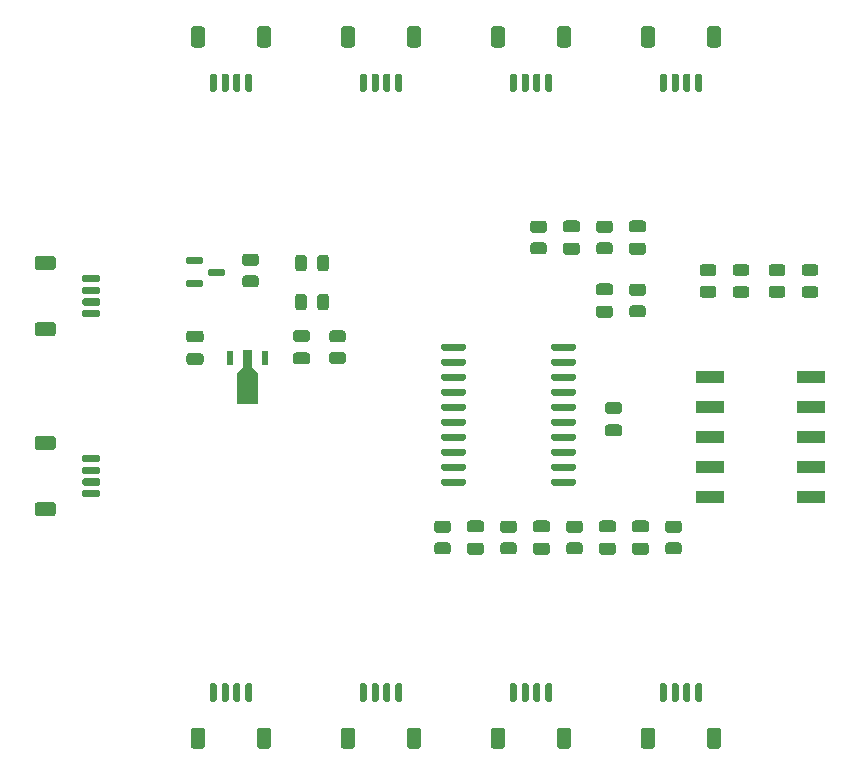
<source format=gtp>
G04 #@! TF.GenerationSoftware,KiCad,Pcbnew,6.0.10-86aedd382b~118~ubuntu18.04.1*
G04 #@! TF.CreationDate,2024-08-26T13:47:26-06:00*
G04 #@! TF.ProjectId,ckt-xing-txm,636b742d-7869-46e6-972d-74786d2e6b69,rev?*
G04 #@! TF.SameCoordinates,Original*
G04 #@! TF.FileFunction,Paste,Top*
G04 #@! TF.FilePolarity,Positive*
%FSLAX46Y46*%
G04 Gerber Fmt 4.6, Leading zero omitted, Abs format (unit mm)*
G04 Created by KiCad (PCBNEW 6.0.10-86aedd382b~118~ubuntu18.04.1) date 2024-08-26 13:47:26*
%MOMM*%
%LPD*%
G01*
G04 APERTURE LIST*
%ADD10R,0.550000X1.300000*%
%ADD11R,2.438400X1.117600*%
G04 APERTURE END LIST*
D10*
X46077000Y-48261000D03*
G36*
X43652000Y-52211000D02*
G01*
X43652000Y-49611000D01*
X44177000Y-49086000D01*
X44177000Y-47611000D01*
X44977000Y-47611000D01*
X44977000Y-49086000D01*
X45502000Y-49611000D01*
X45502000Y-52211000D01*
X43652000Y-52211000D01*
G37*
X43077000Y-48261000D03*
G36*
G01*
X61537000Y-64925000D02*
X60637000Y-64925000D01*
G75*
G02*
X60387000Y-64675000I0J250000D01*
G01*
X60387000Y-64150000D01*
G75*
G02*
X60637000Y-63900000I250000J0D01*
G01*
X61537000Y-63900000D01*
G75*
G02*
X61787000Y-64150000I0J-250000D01*
G01*
X61787000Y-64675000D01*
G75*
G02*
X61537000Y-64925000I-250000J0D01*
G01*
G37*
G36*
G01*
X61537000Y-63100000D02*
X60637000Y-63100000D01*
G75*
G02*
X60387000Y-62850000I0J250000D01*
G01*
X60387000Y-62325000D01*
G75*
G02*
X60637000Y-62075000I250000J0D01*
G01*
X61537000Y-62075000D01*
G75*
G02*
X61787000Y-62325000I0J-250000D01*
G01*
X61787000Y-62850000D01*
G75*
G02*
X61537000Y-63100000I-250000J0D01*
G01*
G37*
G36*
G01*
X44980000Y-24362000D02*
X44980000Y-25612000D01*
G75*
G02*
X44830000Y-25762000I-150000J0D01*
G01*
X44530000Y-25762000D01*
G75*
G02*
X44380000Y-25612000I0J150000D01*
G01*
X44380000Y-24362000D01*
G75*
G02*
X44530000Y-24212000I150000J0D01*
G01*
X44830000Y-24212000D01*
G75*
G02*
X44980000Y-24362000I0J-150000D01*
G01*
G37*
G36*
G01*
X43980000Y-24362000D02*
X43980000Y-25612000D01*
G75*
G02*
X43830000Y-25762000I-150000J0D01*
G01*
X43530000Y-25762000D01*
G75*
G02*
X43380000Y-25612000I0J150000D01*
G01*
X43380000Y-24362000D01*
G75*
G02*
X43530000Y-24212000I150000J0D01*
G01*
X43830000Y-24212000D01*
G75*
G02*
X43980000Y-24362000I0J-150000D01*
G01*
G37*
G36*
G01*
X42980000Y-24362000D02*
X42980000Y-25612000D01*
G75*
G02*
X42830000Y-25762000I-150000J0D01*
G01*
X42530000Y-25762000D01*
G75*
G02*
X42380000Y-25612000I0J150000D01*
G01*
X42380000Y-24362000D01*
G75*
G02*
X42530000Y-24212000I150000J0D01*
G01*
X42830000Y-24212000D01*
G75*
G02*
X42980000Y-24362000I0J-150000D01*
G01*
G37*
G36*
G01*
X41980000Y-24362000D02*
X41980000Y-25612000D01*
G75*
G02*
X41830000Y-25762000I-150000J0D01*
G01*
X41530000Y-25762000D01*
G75*
G02*
X41380000Y-25612000I0J150000D01*
G01*
X41380000Y-24362000D01*
G75*
G02*
X41530000Y-24212000I150000J0D01*
G01*
X41830000Y-24212000D01*
G75*
G02*
X41980000Y-24362000I0J-150000D01*
G01*
G37*
G36*
G01*
X40980000Y-20462000D02*
X40980000Y-21762000D01*
G75*
G02*
X40730000Y-22012000I-250000J0D01*
G01*
X40030000Y-22012000D01*
G75*
G02*
X39780000Y-21762000I0J250000D01*
G01*
X39780000Y-20462000D01*
G75*
G02*
X40030000Y-20212000I250000J0D01*
G01*
X40730000Y-20212000D01*
G75*
G02*
X40980000Y-20462000I0J-250000D01*
G01*
G37*
G36*
G01*
X46580000Y-20462000D02*
X46580000Y-21762000D01*
G75*
G02*
X46330000Y-22012000I-250000J0D01*
G01*
X45630000Y-22012000D01*
G75*
G02*
X45380000Y-21762000I0J250000D01*
G01*
X45380000Y-20462000D01*
G75*
G02*
X45630000Y-20212000I250000J0D01*
G01*
X46330000Y-20212000D01*
G75*
G02*
X46580000Y-20462000I0J-250000D01*
G01*
G37*
G36*
G01*
X78072000Y-39550000D02*
X77122000Y-39550000D01*
G75*
G02*
X76872000Y-39300000I0J250000D01*
G01*
X76872000Y-38800000D01*
G75*
G02*
X77122000Y-38550000I250000J0D01*
G01*
X78072000Y-38550000D01*
G75*
G02*
X78322000Y-38800000I0J-250000D01*
G01*
X78322000Y-39300000D01*
G75*
G02*
X78072000Y-39550000I-250000J0D01*
G01*
G37*
G36*
G01*
X78072000Y-37650000D02*
X77122000Y-37650000D01*
G75*
G02*
X76872000Y-37400000I0J250000D01*
G01*
X76872000Y-36900000D01*
G75*
G02*
X77122000Y-36650000I250000J0D01*
G01*
X78072000Y-36650000D01*
G75*
G02*
X78322000Y-36900000I0J-250000D01*
G01*
X78322000Y-37400000D01*
G75*
G02*
X78072000Y-37650000I-250000J0D01*
G01*
G37*
G36*
G01*
X30712000Y-41253000D02*
X31962000Y-41253000D01*
G75*
G02*
X32112000Y-41403000I0J-150000D01*
G01*
X32112000Y-41703000D01*
G75*
G02*
X31962000Y-41853000I-150000J0D01*
G01*
X30712000Y-41853000D01*
G75*
G02*
X30562000Y-41703000I0J150000D01*
G01*
X30562000Y-41403000D01*
G75*
G02*
X30712000Y-41253000I150000J0D01*
G01*
G37*
G36*
G01*
X30712000Y-42253000D02*
X31962000Y-42253000D01*
G75*
G02*
X32112000Y-42403000I0J-150000D01*
G01*
X32112000Y-42703000D01*
G75*
G02*
X31962000Y-42853000I-150000J0D01*
G01*
X30712000Y-42853000D01*
G75*
G02*
X30562000Y-42703000I0J150000D01*
G01*
X30562000Y-42403000D01*
G75*
G02*
X30712000Y-42253000I150000J0D01*
G01*
G37*
G36*
G01*
X30712000Y-43253000D02*
X31962000Y-43253000D01*
G75*
G02*
X32112000Y-43403000I0J-150000D01*
G01*
X32112000Y-43703000D01*
G75*
G02*
X31962000Y-43853000I-150000J0D01*
G01*
X30712000Y-43853000D01*
G75*
G02*
X30562000Y-43703000I0J150000D01*
G01*
X30562000Y-43403000D01*
G75*
G02*
X30712000Y-43253000I150000J0D01*
G01*
G37*
G36*
G01*
X30712000Y-44253000D02*
X31962000Y-44253000D01*
G75*
G02*
X32112000Y-44403000I0J-150000D01*
G01*
X32112000Y-44703000D01*
G75*
G02*
X31962000Y-44853000I-150000J0D01*
G01*
X30712000Y-44853000D01*
G75*
G02*
X30562000Y-44703000I0J150000D01*
G01*
X30562000Y-44403000D01*
G75*
G02*
X30712000Y-44253000I150000J0D01*
G01*
G37*
G36*
G01*
X26812000Y-45253000D02*
X28112000Y-45253000D01*
G75*
G02*
X28362000Y-45503000I0J-250000D01*
G01*
X28362000Y-46203000D01*
G75*
G02*
X28112000Y-46453000I-250000J0D01*
G01*
X26812000Y-46453000D01*
G75*
G02*
X26562000Y-46203000I0J250000D01*
G01*
X26562000Y-45503000D01*
G75*
G02*
X26812000Y-45253000I250000J0D01*
G01*
G37*
G36*
G01*
X26812000Y-39653000D02*
X28112000Y-39653000D01*
G75*
G02*
X28362000Y-39903000I0J-250000D01*
G01*
X28362000Y-40603000D01*
G75*
G02*
X28112000Y-40853000I-250000J0D01*
G01*
X26812000Y-40853000D01*
G75*
G02*
X26562000Y-40603000I0J250000D01*
G01*
X26562000Y-39903000D01*
G75*
G02*
X26812000Y-39653000I250000J0D01*
G01*
G37*
G36*
G01*
X72484000Y-39550000D02*
X71534000Y-39550000D01*
G75*
G02*
X71284000Y-39300000I0J250000D01*
G01*
X71284000Y-38800000D01*
G75*
G02*
X71534000Y-38550000I250000J0D01*
G01*
X72484000Y-38550000D01*
G75*
G02*
X72734000Y-38800000I0J-250000D01*
G01*
X72734000Y-39300000D01*
G75*
G02*
X72484000Y-39550000I-250000J0D01*
G01*
G37*
G36*
G01*
X72484000Y-37650000D02*
X71534000Y-37650000D01*
G75*
G02*
X71284000Y-37400000I0J250000D01*
G01*
X71284000Y-36900000D01*
G75*
G02*
X71534000Y-36650000I250000J0D01*
G01*
X72484000Y-36650000D01*
G75*
G02*
X72734000Y-36900000I0J-250000D01*
G01*
X72734000Y-37400000D01*
G75*
G02*
X72484000Y-37650000I-250000J0D01*
G01*
G37*
G36*
G01*
X81095000Y-64925000D02*
X80195000Y-64925000D01*
G75*
G02*
X79945000Y-64675000I0J250000D01*
G01*
X79945000Y-64150000D01*
G75*
G02*
X80195000Y-63900000I250000J0D01*
G01*
X81095000Y-63900000D01*
G75*
G02*
X81345000Y-64150000I0J-250000D01*
G01*
X81345000Y-64675000D01*
G75*
G02*
X81095000Y-64925000I-250000J0D01*
G01*
G37*
G36*
G01*
X81095000Y-63100000D02*
X80195000Y-63100000D01*
G75*
G02*
X79945000Y-62850000I0J250000D01*
G01*
X79945000Y-62325000D01*
G75*
G02*
X80195000Y-62075000I250000J0D01*
G01*
X81095000Y-62075000D01*
G75*
G02*
X81345000Y-62325000I0J-250000D01*
G01*
X81345000Y-62850000D01*
G75*
G02*
X81095000Y-63100000I-250000J0D01*
G01*
G37*
G36*
G01*
X68765000Y-36675000D02*
X69665000Y-36675000D01*
G75*
G02*
X69915000Y-36925000I0J-250000D01*
G01*
X69915000Y-37450000D01*
G75*
G02*
X69665000Y-37700000I-250000J0D01*
G01*
X68765000Y-37700000D01*
G75*
G02*
X68515000Y-37450000I0J250000D01*
G01*
X68515000Y-36925000D01*
G75*
G02*
X68765000Y-36675000I250000J0D01*
G01*
G37*
G36*
G01*
X68765000Y-38500000D02*
X69665000Y-38500000D01*
G75*
G02*
X69915000Y-38750000I0J-250000D01*
G01*
X69915000Y-39275000D01*
G75*
G02*
X69665000Y-39525000I-250000J0D01*
G01*
X68765000Y-39525000D01*
G75*
G02*
X68515000Y-39275000I0J250000D01*
G01*
X68515000Y-38750000D01*
G75*
G02*
X68765000Y-38500000I250000J0D01*
G01*
G37*
G36*
G01*
X83080000Y-24362000D02*
X83080000Y-25612000D01*
G75*
G02*
X82930000Y-25762000I-150000J0D01*
G01*
X82630000Y-25762000D01*
G75*
G02*
X82480000Y-25612000I0J150000D01*
G01*
X82480000Y-24362000D01*
G75*
G02*
X82630000Y-24212000I150000J0D01*
G01*
X82930000Y-24212000D01*
G75*
G02*
X83080000Y-24362000I0J-150000D01*
G01*
G37*
G36*
G01*
X82080000Y-24362000D02*
X82080000Y-25612000D01*
G75*
G02*
X81930000Y-25762000I-150000J0D01*
G01*
X81630000Y-25762000D01*
G75*
G02*
X81480000Y-25612000I0J150000D01*
G01*
X81480000Y-24362000D01*
G75*
G02*
X81630000Y-24212000I150000J0D01*
G01*
X81930000Y-24212000D01*
G75*
G02*
X82080000Y-24362000I0J-150000D01*
G01*
G37*
G36*
G01*
X81080000Y-24362000D02*
X81080000Y-25612000D01*
G75*
G02*
X80930000Y-25762000I-150000J0D01*
G01*
X80630000Y-25762000D01*
G75*
G02*
X80480000Y-25612000I0J150000D01*
G01*
X80480000Y-24362000D01*
G75*
G02*
X80630000Y-24212000I150000J0D01*
G01*
X80930000Y-24212000D01*
G75*
G02*
X81080000Y-24362000I0J-150000D01*
G01*
G37*
G36*
G01*
X80080000Y-24362000D02*
X80080000Y-25612000D01*
G75*
G02*
X79930000Y-25762000I-150000J0D01*
G01*
X79630000Y-25762000D01*
G75*
G02*
X79480000Y-25612000I0J150000D01*
G01*
X79480000Y-24362000D01*
G75*
G02*
X79630000Y-24212000I150000J0D01*
G01*
X79930000Y-24212000D01*
G75*
G02*
X80080000Y-24362000I0J-150000D01*
G01*
G37*
G36*
G01*
X84680000Y-20462000D02*
X84680000Y-21762000D01*
G75*
G02*
X84430000Y-22012000I-250000J0D01*
G01*
X83730000Y-22012000D01*
G75*
G02*
X83480000Y-21762000I0J250000D01*
G01*
X83480000Y-20462000D01*
G75*
G02*
X83730000Y-20212000I250000J0D01*
G01*
X84430000Y-20212000D01*
G75*
G02*
X84680000Y-20462000I0J-250000D01*
G01*
G37*
G36*
G01*
X79080000Y-20462000D02*
X79080000Y-21762000D01*
G75*
G02*
X78830000Y-22012000I-250000J0D01*
G01*
X78130000Y-22012000D01*
G75*
G02*
X77880000Y-21762000I0J250000D01*
G01*
X77880000Y-20462000D01*
G75*
G02*
X78130000Y-20212000I250000J0D01*
G01*
X78830000Y-20212000D01*
G75*
G02*
X79080000Y-20462000I0J-250000D01*
G01*
G37*
G36*
G01*
X51747000Y-45946000D02*
X52647000Y-45946000D01*
G75*
G02*
X52897000Y-46196000I0J-250000D01*
G01*
X52897000Y-46721000D01*
G75*
G02*
X52647000Y-46971000I-250000J0D01*
G01*
X51747000Y-46971000D01*
G75*
G02*
X51497000Y-46721000I0J250000D01*
G01*
X51497000Y-46196000D01*
G75*
G02*
X51747000Y-45946000I250000J0D01*
G01*
G37*
G36*
G01*
X51747000Y-47771000D02*
X52647000Y-47771000D01*
G75*
G02*
X52897000Y-48021000I0J-250000D01*
G01*
X52897000Y-48546000D01*
G75*
G02*
X52647000Y-48796000I-250000J0D01*
G01*
X51747000Y-48796000D01*
G75*
G02*
X51497000Y-48546000I0J250000D01*
G01*
X51497000Y-48021000D01*
G75*
G02*
X51747000Y-47771000I250000J0D01*
G01*
G37*
G36*
G01*
X77147000Y-42009000D02*
X78047000Y-42009000D01*
G75*
G02*
X78297000Y-42259000I0J-250000D01*
G01*
X78297000Y-42784000D01*
G75*
G02*
X78047000Y-43034000I-250000J0D01*
G01*
X77147000Y-43034000D01*
G75*
G02*
X76897000Y-42784000I0J250000D01*
G01*
X76897000Y-42259000D01*
G75*
G02*
X77147000Y-42009000I250000J0D01*
G01*
G37*
G36*
G01*
X77147000Y-43834000D02*
X78047000Y-43834000D01*
G75*
G02*
X78297000Y-44084000I0J-250000D01*
G01*
X78297000Y-44609000D01*
G75*
G02*
X78047000Y-44859000I-250000J0D01*
G01*
X77147000Y-44859000D01*
G75*
G02*
X76897000Y-44609000I0J250000D01*
G01*
X76897000Y-44084000D01*
G75*
G02*
X77147000Y-43834000I250000J0D01*
G01*
G37*
G36*
G01*
X39346000Y-40221000D02*
X39346000Y-39921000D01*
G75*
G02*
X39496000Y-39771000I150000J0D01*
G01*
X40671000Y-39771000D01*
G75*
G02*
X40821000Y-39921000I0J-150000D01*
G01*
X40821000Y-40221000D01*
G75*
G02*
X40671000Y-40371000I-150000J0D01*
G01*
X39496000Y-40371000D01*
G75*
G02*
X39346000Y-40221000I0J150000D01*
G01*
G37*
G36*
G01*
X39346000Y-42121000D02*
X39346000Y-41821000D01*
G75*
G02*
X39496000Y-41671000I150000J0D01*
G01*
X40671000Y-41671000D01*
G75*
G02*
X40821000Y-41821000I0J-150000D01*
G01*
X40821000Y-42121000D01*
G75*
G02*
X40671000Y-42271000I-150000J0D01*
G01*
X39496000Y-42271000D01*
G75*
G02*
X39346000Y-42121000I0J150000D01*
G01*
G37*
G36*
G01*
X41221000Y-41171000D02*
X41221000Y-40871000D01*
G75*
G02*
X41371000Y-40721000I150000J0D01*
G01*
X42546000Y-40721000D01*
G75*
G02*
X42696000Y-40871000I0J-150000D01*
G01*
X42696000Y-41171000D01*
G75*
G02*
X42546000Y-41321000I-150000J0D01*
G01*
X41371000Y-41321000D01*
G75*
G02*
X41221000Y-41171000I0J150000D01*
G01*
G37*
G36*
G01*
X74353000Y-36675000D02*
X75253000Y-36675000D01*
G75*
G02*
X75503000Y-36925000I0J-250000D01*
G01*
X75503000Y-37450000D01*
G75*
G02*
X75253000Y-37700000I-250000J0D01*
G01*
X74353000Y-37700000D01*
G75*
G02*
X74103000Y-37450000I0J250000D01*
G01*
X74103000Y-36925000D01*
G75*
G02*
X74353000Y-36675000I250000J0D01*
G01*
G37*
G36*
G01*
X74353000Y-38500000D02*
X75253000Y-38500000D01*
G75*
G02*
X75503000Y-38750000I0J-250000D01*
G01*
X75503000Y-39275000D01*
G75*
G02*
X75253000Y-39525000I-250000J0D01*
G01*
X74353000Y-39525000D01*
G75*
G02*
X74103000Y-39275000I0J250000D01*
G01*
X74103000Y-38750000D01*
G75*
G02*
X74353000Y-38500000I250000J0D01*
G01*
G37*
G36*
G01*
X70380000Y-24362000D02*
X70380000Y-25612000D01*
G75*
G02*
X70230000Y-25762000I-150000J0D01*
G01*
X69930000Y-25762000D01*
G75*
G02*
X69780000Y-25612000I0J150000D01*
G01*
X69780000Y-24362000D01*
G75*
G02*
X69930000Y-24212000I150000J0D01*
G01*
X70230000Y-24212000D01*
G75*
G02*
X70380000Y-24362000I0J-150000D01*
G01*
G37*
G36*
G01*
X69380000Y-24362000D02*
X69380000Y-25612000D01*
G75*
G02*
X69230000Y-25762000I-150000J0D01*
G01*
X68930000Y-25762000D01*
G75*
G02*
X68780000Y-25612000I0J150000D01*
G01*
X68780000Y-24362000D01*
G75*
G02*
X68930000Y-24212000I150000J0D01*
G01*
X69230000Y-24212000D01*
G75*
G02*
X69380000Y-24362000I0J-150000D01*
G01*
G37*
G36*
G01*
X68380000Y-24362000D02*
X68380000Y-25612000D01*
G75*
G02*
X68230000Y-25762000I-150000J0D01*
G01*
X67930000Y-25762000D01*
G75*
G02*
X67780000Y-25612000I0J150000D01*
G01*
X67780000Y-24362000D01*
G75*
G02*
X67930000Y-24212000I150000J0D01*
G01*
X68230000Y-24212000D01*
G75*
G02*
X68380000Y-24362000I0J-150000D01*
G01*
G37*
G36*
G01*
X67380000Y-24362000D02*
X67380000Y-25612000D01*
G75*
G02*
X67230000Y-25762000I-150000J0D01*
G01*
X66930000Y-25762000D01*
G75*
G02*
X66780000Y-25612000I0J150000D01*
G01*
X66780000Y-24362000D01*
G75*
G02*
X66930000Y-24212000I150000J0D01*
G01*
X67230000Y-24212000D01*
G75*
G02*
X67380000Y-24362000I0J-150000D01*
G01*
G37*
G36*
G01*
X71980000Y-20462000D02*
X71980000Y-21762000D01*
G75*
G02*
X71730000Y-22012000I-250000J0D01*
G01*
X71030000Y-22012000D01*
G75*
G02*
X70780000Y-21762000I0J250000D01*
G01*
X70780000Y-20462000D01*
G75*
G02*
X71030000Y-20212000I250000J0D01*
G01*
X71730000Y-20212000D01*
G75*
G02*
X71980000Y-20462000I0J-250000D01*
G01*
G37*
G36*
G01*
X66380000Y-20462000D02*
X66380000Y-21762000D01*
G75*
G02*
X66130000Y-22012000I-250000J0D01*
G01*
X65430000Y-22012000D01*
G75*
G02*
X65180000Y-21762000I0J250000D01*
G01*
X65180000Y-20462000D01*
G75*
G02*
X65430000Y-20212000I250000J0D01*
G01*
X66130000Y-20212000D01*
G75*
G02*
X66380000Y-20462000I0J-250000D01*
G01*
G37*
G36*
G01*
X57680000Y-24362000D02*
X57680000Y-25612000D01*
G75*
G02*
X57530000Y-25762000I-150000J0D01*
G01*
X57230000Y-25762000D01*
G75*
G02*
X57080000Y-25612000I0J150000D01*
G01*
X57080000Y-24362000D01*
G75*
G02*
X57230000Y-24212000I150000J0D01*
G01*
X57530000Y-24212000D01*
G75*
G02*
X57680000Y-24362000I0J-150000D01*
G01*
G37*
G36*
G01*
X56680000Y-24362000D02*
X56680000Y-25612000D01*
G75*
G02*
X56530000Y-25762000I-150000J0D01*
G01*
X56230000Y-25762000D01*
G75*
G02*
X56080000Y-25612000I0J150000D01*
G01*
X56080000Y-24362000D01*
G75*
G02*
X56230000Y-24212000I150000J0D01*
G01*
X56530000Y-24212000D01*
G75*
G02*
X56680000Y-24362000I0J-150000D01*
G01*
G37*
G36*
G01*
X55680000Y-24362000D02*
X55680000Y-25612000D01*
G75*
G02*
X55530000Y-25762000I-150000J0D01*
G01*
X55230000Y-25762000D01*
G75*
G02*
X55080000Y-25612000I0J150000D01*
G01*
X55080000Y-24362000D01*
G75*
G02*
X55230000Y-24212000I150000J0D01*
G01*
X55530000Y-24212000D01*
G75*
G02*
X55680000Y-24362000I0J-150000D01*
G01*
G37*
G36*
G01*
X54680000Y-24362000D02*
X54680000Y-25612000D01*
G75*
G02*
X54530000Y-25762000I-150000J0D01*
G01*
X54230000Y-25762000D01*
G75*
G02*
X54080000Y-25612000I0J150000D01*
G01*
X54080000Y-24362000D01*
G75*
G02*
X54230000Y-24212000I150000J0D01*
G01*
X54530000Y-24212000D01*
G75*
G02*
X54680000Y-24362000I0J-150000D01*
G01*
G37*
G36*
G01*
X59280000Y-20462000D02*
X59280000Y-21762000D01*
G75*
G02*
X59030000Y-22012000I-250000J0D01*
G01*
X58330000Y-22012000D01*
G75*
G02*
X58080000Y-21762000I0J250000D01*
G01*
X58080000Y-20462000D01*
G75*
G02*
X58330000Y-20212000I250000J0D01*
G01*
X59030000Y-20212000D01*
G75*
G02*
X59280000Y-20462000I0J-250000D01*
G01*
G37*
G36*
G01*
X53680000Y-20462000D02*
X53680000Y-21762000D01*
G75*
G02*
X53430000Y-22012000I-250000J0D01*
G01*
X52730000Y-22012000D01*
G75*
G02*
X52480000Y-21762000I0J250000D01*
G01*
X52480000Y-20462000D01*
G75*
G02*
X52730000Y-20212000I250000J0D01*
G01*
X53430000Y-20212000D01*
G75*
G02*
X53680000Y-20462000I0J-250000D01*
G01*
G37*
G36*
G01*
X67125000Y-64925000D02*
X66225000Y-64925000D01*
G75*
G02*
X65975000Y-64675000I0J250000D01*
G01*
X65975000Y-64150000D01*
G75*
G02*
X66225000Y-63900000I250000J0D01*
G01*
X67125000Y-63900000D01*
G75*
G02*
X67375000Y-64150000I0J-250000D01*
G01*
X67375000Y-64675000D01*
G75*
G02*
X67125000Y-64925000I-250000J0D01*
G01*
G37*
G36*
G01*
X67125000Y-63100000D02*
X66225000Y-63100000D01*
G75*
G02*
X65975000Y-62850000I0J250000D01*
G01*
X65975000Y-62325000D01*
G75*
G02*
X66225000Y-62075000I250000J0D01*
G01*
X67125000Y-62075000D01*
G75*
G02*
X67375000Y-62325000I0J-250000D01*
G01*
X67375000Y-62850000D01*
G75*
G02*
X67125000Y-63100000I-250000J0D01*
G01*
G37*
G36*
G01*
X54080000Y-77238000D02*
X54080000Y-75988000D01*
G75*
G02*
X54230000Y-75838000I150000J0D01*
G01*
X54530000Y-75838000D01*
G75*
G02*
X54680000Y-75988000I0J-150000D01*
G01*
X54680000Y-77238000D01*
G75*
G02*
X54530000Y-77388000I-150000J0D01*
G01*
X54230000Y-77388000D01*
G75*
G02*
X54080000Y-77238000I0J150000D01*
G01*
G37*
G36*
G01*
X55080000Y-77238000D02*
X55080000Y-75988000D01*
G75*
G02*
X55230000Y-75838000I150000J0D01*
G01*
X55530000Y-75838000D01*
G75*
G02*
X55680000Y-75988000I0J-150000D01*
G01*
X55680000Y-77238000D01*
G75*
G02*
X55530000Y-77388000I-150000J0D01*
G01*
X55230000Y-77388000D01*
G75*
G02*
X55080000Y-77238000I0J150000D01*
G01*
G37*
G36*
G01*
X56080000Y-77238000D02*
X56080000Y-75988000D01*
G75*
G02*
X56230000Y-75838000I150000J0D01*
G01*
X56530000Y-75838000D01*
G75*
G02*
X56680000Y-75988000I0J-150000D01*
G01*
X56680000Y-77238000D01*
G75*
G02*
X56530000Y-77388000I-150000J0D01*
G01*
X56230000Y-77388000D01*
G75*
G02*
X56080000Y-77238000I0J150000D01*
G01*
G37*
G36*
G01*
X57080000Y-77238000D02*
X57080000Y-75988000D01*
G75*
G02*
X57230000Y-75838000I150000J0D01*
G01*
X57530000Y-75838000D01*
G75*
G02*
X57680000Y-75988000I0J-150000D01*
G01*
X57680000Y-77238000D01*
G75*
G02*
X57530000Y-77388000I-150000J0D01*
G01*
X57230000Y-77388000D01*
G75*
G02*
X57080000Y-77238000I0J150000D01*
G01*
G37*
G36*
G01*
X58080000Y-81138000D02*
X58080000Y-79838000D01*
G75*
G02*
X58330000Y-79588000I250000J0D01*
G01*
X59030000Y-79588000D01*
G75*
G02*
X59280000Y-79838000I0J-250000D01*
G01*
X59280000Y-81138000D01*
G75*
G02*
X59030000Y-81388000I-250000J0D01*
G01*
X58330000Y-81388000D01*
G75*
G02*
X58080000Y-81138000I0J250000D01*
G01*
G37*
G36*
G01*
X52480000Y-81138000D02*
X52480000Y-79838000D01*
G75*
G02*
X52730000Y-79588000I250000J0D01*
G01*
X53430000Y-79588000D01*
G75*
G02*
X53680000Y-79838000I0J-250000D01*
G01*
X53680000Y-81138000D01*
G75*
G02*
X53430000Y-81388000I-250000J0D01*
G01*
X52730000Y-81388000D01*
G75*
G02*
X52480000Y-81138000I0J250000D01*
G01*
G37*
G36*
G01*
X76040000Y-54917000D02*
X75090000Y-54917000D01*
G75*
G02*
X74840000Y-54667000I0J250000D01*
G01*
X74840000Y-54167000D01*
G75*
G02*
X75090000Y-53917000I250000J0D01*
G01*
X76040000Y-53917000D01*
G75*
G02*
X76290000Y-54167000I0J-250000D01*
G01*
X76290000Y-54667000D01*
G75*
G02*
X76040000Y-54917000I-250000J0D01*
G01*
G37*
G36*
G01*
X76040000Y-53017000D02*
X75090000Y-53017000D01*
G75*
G02*
X74840000Y-52767000I0J250000D01*
G01*
X74840000Y-52267000D01*
G75*
G02*
X75090000Y-52017000I250000J0D01*
G01*
X76040000Y-52017000D01*
G75*
G02*
X76290000Y-52267000I0J-250000D01*
G01*
X76290000Y-52767000D01*
G75*
G02*
X76040000Y-53017000I-250000J0D01*
G01*
G37*
G36*
G01*
X77376000Y-62050000D02*
X78326000Y-62050000D01*
G75*
G02*
X78576000Y-62300000I0J-250000D01*
G01*
X78576000Y-62800000D01*
G75*
G02*
X78326000Y-63050000I-250000J0D01*
G01*
X77376000Y-63050000D01*
G75*
G02*
X77126000Y-62800000I0J250000D01*
G01*
X77126000Y-62300000D01*
G75*
G02*
X77376000Y-62050000I250000J0D01*
G01*
G37*
G36*
G01*
X77376000Y-63950000D02*
X78326000Y-63950000D01*
G75*
G02*
X78576000Y-64200000I0J-250000D01*
G01*
X78576000Y-64700000D01*
G75*
G02*
X78326000Y-64950000I-250000J0D01*
G01*
X77376000Y-64950000D01*
G75*
G02*
X77126000Y-64700000I0J250000D01*
G01*
X77126000Y-64200000D01*
G75*
G02*
X77376000Y-63950000I250000J0D01*
G01*
G37*
G36*
G01*
X66780000Y-77238000D02*
X66780000Y-75988000D01*
G75*
G02*
X66930000Y-75838000I150000J0D01*
G01*
X67230000Y-75838000D01*
G75*
G02*
X67380000Y-75988000I0J-150000D01*
G01*
X67380000Y-77238000D01*
G75*
G02*
X67230000Y-77388000I-150000J0D01*
G01*
X66930000Y-77388000D01*
G75*
G02*
X66780000Y-77238000I0J150000D01*
G01*
G37*
G36*
G01*
X67780000Y-77238000D02*
X67780000Y-75988000D01*
G75*
G02*
X67930000Y-75838000I150000J0D01*
G01*
X68230000Y-75838000D01*
G75*
G02*
X68380000Y-75988000I0J-150000D01*
G01*
X68380000Y-77238000D01*
G75*
G02*
X68230000Y-77388000I-150000J0D01*
G01*
X67930000Y-77388000D01*
G75*
G02*
X67780000Y-77238000I0J150000D01*
G01*
G37*
G36*
G01*
X68780000Y-77238000D02*
X68780000Y-75988000D01*
G75*
G02*
X68930000Y-75838000I150000J0D01*
G01*
X69230000Y-75838000D01*
G75*
G02*
X69380000Y-75988000I0J-150000D01*
G01*
X69380000Y-77238000D01*
G75*
G02*
X69230000Y-77388000I-150000J0D01*
G01*
X68930000Y-77388000D01*
G75*
G02*
X68780000Y-77238000I0J150000D01*
G01*
G37*
G36*
G01*
X69780000Y-77238000D02*
X69780000Y-75988000D01*
G75*
G02*
X69930000Y-75838000I150000J0D01*
G01*
X70230000Y-75838000D01*
G75*
G02*
X70380000Y-75988000I0J-150000D01*
G01*
X70380000Y-77238000D01*
G75*
G02*
X70230000Y-77388000I-150000J0D01*
G01*
X69930000Y-77388000D01*
G75*
G02*
X69780000Y-77238000I0J150000D01*
G01*
G37*
G36*
G01*
X70780000Y-81138000D02*
X70780000Y-79838000D01*
G75*
G02*
X71030000Y-79588000I250000J0D01*
G01*
X71730000Y-79588000D01*
G75*
G02*
X71980000Y-79838000I0J-250000D01*
G01*
X71980000Y-81138000D01*
G75*
G02*
X71730000Y-81388000I-250000J0D01*
G01*
X71030000Y-81388000D01*
G75*
G02*
X70780000Y-81138000I0J250000D01*
G01*
G37*
G36*
G01*
X65180000Y-81138000D02*
X65180000Y-79838000D01*
G75*
G02*
X65430000Y-79588000I250000J0D01*
G01*
X66130000Y-79588000D01*
G75*
G02*
X66380000Y-79838000I0J-250000D01*
G01*
X66380000Y-81138000D01*
G75*
G02*
X66130000Y-81388000I-250000J0D01*
G01*
X65430000Y-81388000D01*
G75*
G02*
X65180000Y-81138000I0J250000D01*
G01*
G37*
G36*
G01*
X40607000Y-48882000D02*
X39657000Y-48882000D01*
G75*
G02*
X39407000Y-48632000I0J250000D01*
G01*
X39407000Y-48132000D01*
G75*
G02*
X39657000Y-47882000I250000J0D01*
G01*
X40607000Y-47882000D01*
G75*
G02*
X40857000Y-48132000I0J-250000D01*
G01*
X40857000Y-48632000D01*
G75*
G02*
X40607000Y-48882000I-250000J0D01*
G01*
G37*
G36*
G01*
X40607000Y-46982000D02*
X39657000Y-46982000D01*
G75*
G02*
X39407000Y-46732000I0J250000D01*
G01*
X39407000Y-46232000D01*
G75*
G02*
X39657000Y-45982000I250000J0D01*
G01*
X40607000Y-45982000D01*
G75*
G02*
X40857000Y-46232000I0J-250000D01*
G01*
X40857000Y-46732000D01*
G75*
G02*
X40607000Y-46982000I-250000J0D01*
G01*
G37*
G36*
G01*
X89858000Y-43208000D02*
X88958000Y-43208000D01*
G75*
G02*
X88708000Y-42958000I0J250000D01*
G01*
X88708000Y-42433000D01*
G75*
G02*
X88958000Y-42183000I250000J0D01*
G01*
X89858000Y-42183000D01*
G75*
G02*
X90108000Y-42433000I0J-250000D01*
G01*
X90108000Y-42958000D01*
G75*
G02*
X89858000Y-43208000I-250000J0D01*
G01*
G37*
G36*
G01*
X89858000Y-41383000D02*
X88958000Y-41383000D01*
G75*
G02*
X88708000Y-41133000I0J250000D01*
G01*
X88708000Y-40608000D01*
G75*
G02*
X88958000Y-40358000I250000J0D01*
G01*
X89858000Y-40358000D01*
G75*
G02*
X90108000Y-40608000I0J-250000D01*
G01*
X90108000Y-41133000D01*
G75*
G02*
X89858000Y-41383000I-250000J0D01*
G01*
G37*
G36*
G01*
X79480000Y-77238000D02*
X79480000Y-75988000D01*
G75*
G02*
X79630000Y-75838000I150000J0D01*
G01*
X79930000Y-75838000D01*
G75*
G02*
X80080000Y-75988000I0J-150000D01*
G01*
X80080000Y-77238000D01*
G75*
G02*
X79930000Y-77388000I-150000J0D01*
G01*
X79630000Y-77388000D01*
G75*
G02*
X79480000Y-77238000I0J150000D01*
G01*
G37*
G36*
G01*
X80480000Y-77238000D02*
X80480000Y-75988000D01*
G75*
G02*
X80630000Y-75838000I150000J0D01*
G01*
X80930000Y-75838000D01*
G75*
G02*
X81080000Y-75988000I0J-150000D01*
G01*
X81080000Y-77238000D01*
G75*
G02*
X80930000Y-77388000I-150000J0D01*
G01*
X80630000Y-77388000D01*
G75*
G02*
X80480000Y-77238000I0J150000D01*
G01*
G37*
G36*
G01*
X81480000Y-77238000D02*
X81480000Y-75988000D01*
G75*
G02*
X81630000Y-75838000I150000J0D01*
G01*
X81930000Y-75838000D01*
G75*
G02*
X82080000Y-75988000I0J-150000D01*
G01*
X82080000Y-77238000D01*
G75*
G02*
X81930000Y-77388000I-150000J0D01*
G01*
X81630000Y-77388000D01*
G75*
G02*
X81480000Y-77238000I0J150000D01*
G01*
G37*
G36*
G01*
X82480000Y-77238000D02*
X82480000Y-75988000D01*
G75*
G02*
X82630000Y-75838000I150000J0D01*
G01*
X82930000Y-75838000D01*
G75*
G02*
X83080000Y-75988000I0J-150000D01*
G01*
X83080000Y-77238000D01*
G75*
G02*
X82930000Y-77388000I-150000J0D01*
G01*
X82630000Y-77388000D01*
G75*
G02*
X82480000Y-77238000I0J150000D01*
G01*
G37*
G36*
G01*
X83480000Y-81138000D02*
X83480000Y-79838000D01*
G75*
G02*
X83730000Y-79588000I250000J0D01*
G01*
X84430000Y-79588000D01*
G75*
G02*
X84680000Y-79838000I0J-250000D01*
G01*
X84680000Y-81138000D01*
G75*
G02*
X84430000Y-81388000I-250000J0D01*
G01*
X83730000Y-81388000D01*
G75*
G02*
X83480000Y-81138000I0J250000D01*
G01*
G37*
G36*
G01*
X77880000Y-81138000D02*
X77880000Y-79838000D01*
G75*
G02*
X78130000Y-79588000I250000J0D01*
G01*
X78830000Y-79588000D01*
G75*
G02*
X79080000Y-79838000I0J-250000D01*
G01*
X79080000Y-81138000D01*
G75*
G02*
X78830000Y-81388000I-250000J0D01*
G01*
X78130000Y-81388000D01*
G75*
G02*
X77880000Y-81138000I0J250000D01*
G01*
G37*
G36*
G01*
X86816250Y-43208000D02*
X85903750Y-43208000D01*
G75*
G02*
X85660000Y-42964250I0J243750D01*
G01*
X85660000Y-42476750D01*
G75*
G02*
X85903750Y-42233000I243750J0D01*
G01*
X86816250Y-42233000D01*
G75*
G02*
X87060000Y-42476750I0J-243750D01*
G01*
X87060000Y-42964250D01*
G75*
G02*
X86816250Y-43208000I-243750J0D01*
G01*
G37*
G36*
G01*
X86816250Y-41333000D02*
X85903750Y-41333000D01*
G75*
G02*
X85660000Y-41089250I0J243750D01*
G01*
X85660000Y-40601750D01*
G75*
G02*
X85903750Y-40358000I243750J0D01*
G01*
X86816250Y-40358000D01*
G75*
G02*
X87060000Y-40601750I0J-243750D01*
G01*
X87060000Y-41089250D01*
G75*
G02*
X86816250Y-41333000I-243750J0D01*
G01*
G37*
G36*
G01*
X74582000Y-62050000D02*
X75532000Y-62050000D01*
G75*
G02*
X75782000Y-62300000I0J-250000D01*
G01*
X75782000Y-62800000D01*
G75*
G02*
X75532000Y-63050000I-250000J0D01*
G01*
X74582000Y-63050000D01*
G75*
G02*
X74332000Y-62800000I0J250000D01*
G01*
X74332000Y-62300000D01*
G75*
G02*
X74582000Y-62050000I250000J0D01*
G01*
G37*
G36*
G01*
X74582000Y-63950000D02*
X75532000Y-63950000D01*
G75*
G02*
X75782000Y-64200000I0J-250000D01*
G01*
X75782000Y-64700000D01*
G75*
G02*
X75532000Y-64950000I-250000J0D01*
G01*
X74582000Y-64950000D01*
G75*
G02*
X74332000Y-64700000I0J250000D01*
G01*
X74332000Y-64200000D01*
G75*
G02*
X74582000Y-63950000I250000J0D01*
G01*
G37*
G36*
G01*
X48613000Y-44017250D02*
X48613000Y-43104750D01*
G75*
G02*
X48856750Y-42861000I243750J0D01*
G01*
X49344250Y-42861000D01*
G75*
G02*
X49588000Y-43104750I0J-243750D01*
G01*
X49588000Y-44017250D01*
G75*
G02*
X49344250Y-44261000I-243750J0D01*
G01*
X48856750Y-44261000D01*
G75*
G02*
X48613000Y-44017250I0J243750D01*
G01*
G37*
G36*
G01*
X50488000Y-44017250D02*
X50488000Y-43104750D01*
G75*
G02*
X50731750Y-42861000I243750J0D01*
G01*
X51219250Y-42861000D01*
G75*
G02*
X51463000Y-43104750I0J-243750D01*
G01*
X51463000Y-44017250D01*
G75*
G02*
X51219250Y-44261000I-243750J0D01*
G01*
X50731750Y-44261000D01*
G75*
G02*
X50488000Y-44017250I0J243750D01*
G01*
G37*
D11*
X92316300Y-60071000D03*
X92316300Y-57531000D03*
X92316300Y-54991000D03*
X92316300Y-52451000D03*
X92316300Y-49911000D03*
X83705700Y-49911000D03*
X83705700Y-52451000D03*
X83705700Y-54991000D03*
X83705700Y-57531000D03*
X83705700Y-60071000D03*
G36*
G01*
X92658250Y-43208000D02*
X91745750Y-43208000D01*
G75*
G02*
X91502000Y-42964250I0J243750D01*
G01*
X91502000Y-42476750D01*
G75*
G02*
X91745750Y-42233000I243750J0D01*
G01*
X92658250Y-42233000D01*
G75*
G02*
X92902000Y-42476750I0J-243750D01*
G01*
X92902000Y-42964250D01*
G75*
G02*
X92658250Y-43208000I-243750J0D01*
G01*
G37*
G36*
G01*
X92658250Y-41333000D02*
X91745750Y-41333000D01*
G75*
G02*
X91502000Y-41089250I0J243750D01*
G01*
X91502000Y-40601750D01*
G75*
G02*
X91745750Y-40358000I243750J0D01*
G01*
X92658250Y-40358000D01*
G75*
G02*
X92902000Y-40601750I0J-243750D01*
G01*
X92902000Y-41089250D01*
G75*
G02*
X92658250Y-41333000I-243750J0D01*
G01*
G37*
G36*
G01*
X63406000Y-62050000D02*
X64356000Y-62050000D01*
G75*
G02*
X64606000Y-62300000I0J-250000D01*
G01*
X64606000Y-62800000D01*
G75*
G02*
X64356000Y-63050000I-250000J0D01*
G01*
X63406000Y-63050000D01*
G75*
G02*
X63156000Y-62800000I0J250000D01*
G01*
X63156000Y-62300000D01*
G75*
G02*
X63406000Y-62050000I250000J0D01*
G01*
G37*
G36*
G01*
X63406000Y-63950000D02*
X64356000Y-63950000D01*
G75*
G02*
X64606000Y-64200000I0J-250000D01*
G01*
X64606000Y-64700000D01*
G75*
G02*
X64356000Y-64950000I-250000J0D01*
G01*
X63406000Y-64950000D01*
G75*
G02*
X63156000Y-64700000I0J250000D01*
G01*
X63156000Y-64200000D01*
G75*
G02*
X63406000Y-63950000I250000J0D01*
G01*
G37*
G36*
G01*
X48613000Y-40715250D02*
X48613000Y-39802750D01*
G75*
G02*
X48856750Y-39559000I243750J0D01*
G01*
X49344250Y-39559000D01*
G75*
G02*
X49588000Y-39802750I0J-243750D01*
G01*
X49588000Y-40715250D01*
G75*
G02*
X49344250Y-40959000I-243750J0D01*
G01*
X48856750Y-40959000D01*
G75*
G02*
X48613000Y-40715250I0J243750D01*
G01*
G37*
G36*
G01*
X50488000Y-40715250D02*
X50488000Y-39802750D01*
G75*
G02*
X50731750Y-39559000I243750J0D01*
G01*
X51219250Y-39559000D01*
G75*
G02*
X51463000Y-39802750I0J-243750D01*
G01*
X51463000Y-40715250D01*
G75*
G02*
X51219250Y-40959000I-243750J0D01*
G01*
X50731750Y-40959000D01*
G75*
G02*
X50488000Y-40715250I0J243750D01*
G01*
G37*
G36*
G01*
X30712000Y-56493000D02*
X31962000Y-56493000D01*
G75*
G02*
X32112000Y-56643000I0J-150000D01*
G01*
X32112000Y-56943000D01*
G75*
G02*
X31962000Y-57093000I-150000J0D01*
G01*
X30712000Y-57093000D01*
G75*
G02*
X30562000Y-56943000I0J150000D01*
G01*
X30562000Y-56643000D01*
G75*
G02*
X30712000Y-56493000I150000J0D01*
G01*
G37*
G36*
G01*
X30712000Y-57493000D02*
X31962000Y-57493000D01*
G75*
G02*
X32112000Y-57643000I0J-150000D01*
G01*
X32112000Y-57943000D01*
G75*
G02*
X31962000Y-58093000I-150000J0D01*
G01*
X30712000Y-58093000D01*
G75*
G02*
X30562000Y-57943000I0J150000D01*
G01*
X30562000Y-57643000D01*
G75*
G02*
X30712000Y-57493000I150000J0D01*
G01*
G37*
G36*
G01*
X30712000Y-58493000D02*
X31962000Y-58493000D01*
G75*
G02*
X32112000Y-58643000I0J-150000D01*
G01*
X32112000Y-58943000D01*
G75*
G02*
X31962000Y-59093000I-150000J0D01*
G01*
X30712000Y-59093000D01*
G75*
G02*
X30562000Y-58943000I0J150000D01*
G01*
X30562000Y-58643000D01*
G75*
G02*
X30712000Y-58493000I150000J0D01*
G01*
G37*
G36*
G01*
X30712000Y-59493000D02*
X31962000Y-59493000D01*
G75*
G02*
X32112000Y-59643000I0J-150000D01*
G01*
X32112000Y-59943000D01*
G75*
G02*
X31962000Y-60093000I-150000J0D01*
G01*
X30712000Y-60093000D01*
G75*
G02*
X30562000Y-59943000I0J150000D01*
G01*
X30562000Y-59643000D01*
G75*
G02*
X30712000Y-59493000I150000J0D01*
G01*
G37*
G36*
G01*
X26812000Y-54893000D02*
X28112000Y-54893000D01*
G75*
G02*
X28362000Y-55143000I0J-250000D01*
G01*
X28362000Y-55843000D01*
G75*
G02*
X28112000Y-56093000I-250000J0D01*
G01*
X26812000Y-56093000D01*
G75*
G02*
X26562000Y-55843000I0J250000D01*
G01*
X26562000Y-55143000D01*
G75*
G02*
X26812000Y-54893000I250000J0D01*
G01*
G37*
G36*
G01*
X26812000Y-60493000D02*
X28112000Y-60493000D01*
G75*
G02*
X28362000Y-60743000I0J-250000D01*
G01*
X28362000Y-61443000D01*
G75*
G02*
X28112000Y-61693000I-250000J0D01*
G01*
X26812000Y-61693000D01*
G75*
G02*
X26562000Y-61443000I0J250000D01*
G01*
X26562000Y-60743000D01*
G75*
G02*
X26812000Y-60493000I250000J0D01*
G01*
G37*
G36*
G01*
X72713000Y-64925000D02*
X71813000Y-64925000D01*
G75*
G02*
X71563000Y-64675000I0J250000D01*
G01*
X71563000Y-64150000D01*
G75*
G02*
X71813000Y-63900000I250000J0D01*
G01*
X72713000Y-63900000D01*
G75*
G02*
X72963000Y-64150000I0J-250000D01*
G01*
X72963000Y-64675000D01*
G75*
G02*
X72713000Y-64925000I-250000J0D01*
G01*
G37*
G36*
G01*
X72713000Y-63100000D02*
X71813000Y-63100000D01*
G75*
G02*
X71563000Y-62850000I0J250000D01*
G01*
X71563000Y-62325000D01*
G75*
G02*
X71813000Y-62075000I250000J0D01*
G01*
X72713000Y-62075000D01*
G75*
G02*
X72963000Y-62325000I0J-250000D01*
G01*
X72963000Y-62850000D01*
G75*
G02*
X72713000Y-63100000I-250000J0D01*
G01*
G37*
G36*
G01*
X84016000Y-43208000D02*
X83116000Y-43208000D01*
G75*
G02*
X82866000Y-42958000I0J250000D01*
G01*
X82866000Y-42433000D01*
G75*
G02*
X83116000Y-42183000I250000J0D01*
G01*
X84016000Y-42183000D01*
G75*
G02*
X84266000Y-42433000I0J-250000D01*
G01*
X84266000Y-42958000D01*
G75*
G02*
X84016000Y-43208000I-250000J0D01*
G01*
G37*
G36*
G01*
X84016000Y-41383000D02*
X83116000Y-41383000D01*
G75*
G02*
X82866000Y-41133000I0J250000D01*
G01*
X82866000Y-40608000D01*
G75*
G02*
X83116000Y-40358000I250000J0D01*
G01*
X84016000Y-40358000D01*
G75*
G02*
X84266000Y-40608000I0J-250000D01*
G01*
X84266000Y-41133000D01*
G75*
G02*
X84016000Y-41383000I-250000J0D01*
G01*
G37*
G36*
G01*
X45281000Y-42319000D02*
X44381000Y-42319000D01*
G75*
G02*
X44131000Y-42069000I0J250000D01*
G01*
X44131000Y-41544000D01*
G75*
G02*
X44381000Y-41294000I250000J0D01*
G01*
X45281000Y-41294000D01*
G75*
G02*
X45531000Y-41544000I0J-250000D01*
G01*
X45531000Y-42069000D01*
G75*
G02*
X45281000Y-42319000I-250000J0D01*
G01*
G37*
G36*
G01*
X45281000Y-40494000D02*
X44381000Y-40494000D01*
G75*
G02*
X44131000Y-40244000I0J250000D01*
G01*
X44131000Y-39719000D01*
G75*
G02*
X44381000Y-39469000I250000J0D01*
G01*
X45281000Y-39469000D01*
G75*
G02*
X45531000Y-39719000I0J-250000D01*
G01*
X45531000Y-40244000D01*
G75*
G02*
X45281000Y-40494000I-250000J0D01*
G01*
G37*
G36*
G01*
X75278000Y-44884000D02*
X74328000Y-44884000D01*
G75*
G02*
X74078000Y-44634000I0J250000D01*
G01*
X74078000Y-44134000D01*
G75*
G02*
X74328000Y-43884000I250000J0D01*
G01*
X75278000Y-43884000D01*
G75*
G02*
X75528000Y-44134000I0J-250000D01*
G01*
X75528000Y-44634000D01*
G75*
G02*
X75278000Y-44884000I-250000J0D01*
G01*
G37*
G36*
G01*
X75278000Y-42984000D02*
X74328000Y-42984000D01*
G75*
G02*
X74078000Y-42734000I0J250000D01*
G01*
X74078000Y-42234000D01*
G75*
G02*
X74328000Y-41984000I250000J0D01*
G01*
X75278000Y-41984000D01*
G75*
G02*
X75528000Y-42234000I0J-250000D01*
G01*
X75528000Y-42734000D01*
G75*
G02*
X75278000Y-42984000I-250000J0D01*
G01*
G37*
G36*
G01*
X61000000Y-47521000D02*
X61000000Y-47221000D01*
G75*
G02*
X61150000Y-47071000I150000J0D01*
G01*
X62900000Y-47071000D01*
G75*
G02*
X63050000Y-47221000I0J-150000D01*
G01*
X63050000Y-47521000D01*
G75*
G02*
X62900000Y-47671000I-150000J0D01*
G01*
X61150000Y-47671000D01*
G75*
G02*
X61000000Y-47521000I0J150000D01*
G01*
G37*
G36*
G01*
X61000000Y-48791000D02*
X61000000Y-48491000D01*
G75*
G02*
X61150000Y-48341000I150000J0D01*
G01*
X62900000Y-48341000D01*
G75*
G02*
X63050000Y-48491000I0J-150000D01*
G01*
X63050000Y-48791000D01*
G75*
G02*
X62900000Y-48941000I-150000J0D01*
G01*
X61150000Y-48941000D01*
G75*
G02*
X61000000Y-48791000I0J150000D01*
G01*
G37*
G36*
G01*
X61000000Y-50061000D02*
X61000000Y-49761000D01*
G75*
G02*
X61150000Y-49611000I150000J0D01*
G01*
X62900000Y-49611000D01*
G75*
G02*
X63050000Y-49761000I0J-150000D01*
G01*
X63050000Y-50061000D01*
G75*
G02*
X62900000Y-50211000I-150000J0D01*
G01*
X61150000Y-50211000D01*
G75*
G02*
X61000000Y-50061000I0J150000D01*
G01*
G37*
G36*
G01*
X61000000Y-51331000D02*
X61000000Y-51031000D01*
G75*
G02*
X61150000Y-50881000I150000J0D01*
G01*
X62900000Y-50881000D01*
G75*
G02*
X63050000Y-51031000I0J-150000D01*
G01*
X63050000Y-51331000D01*
G75*
G02*
X62900000Y-51481000I-150000J0D01*
G01*
X61150000Y-51481000D01*
G75*
G02*
X61000000Y-51331000I0J150000D01*
G01*
G37*
G36*
G01*
X61000000Y-52601000D02*
X61000000Y-52301000D01*
G75*
G02*
X61150000Y-52151000I150000J0D01*
G01*
X62900000Y-52151000D01*
G75*
G02*
X63050000Y-52301000I0J-150000D01*
G01*
X63050000Y-52601000D01*
G75*
G02*
X62900000Y-52751000I-150000J0D01*
G01*
X61150000Y-52751000D01*
G75*
G02*
X61000000Y-52601000I0J150000D01*
G01*
G37*
G36*
G01*
X61000000Y-53871000D02*
X61000000Y-53571000D01*
G75*
G02*
X61150000Y-53421000I150000J0D01*
G01*
X62900000Y-53421000D01*
G75*
G02*
X63050000Y-53571000I0J-150000D01*
G01*
X63050000Y-53871000D01*
G75*
G02*
X62900000Y-54021000I-150000J0D01*
G01*
X61150000Y-54021000D01*
G75*
G02*
X61000000Y-53871000I0J150000D01*
G01*
G37*
G36*
G01*
X61000000Y-55141000D02*
X61000000Y-54841000D01*
G75*
G02*
X61150000Y-54691000I150000J0D01*
G01*
X62900000Y-54691000D01*
G75*
G02*
X63050000Y-54841000I0J-150000D01*
G01*
X63050000Y-55141000D01*
G75*
G02*
X62900000Y-55291000I-150000J0D01*
G01*
X61150000Y-55291000D01*
G75*
G02*
X61000000Y-55141000I0J150000D01*
G01*
G37*
G36*
G01*
X61000000Y-56411000D02*
X61000000Y-56111000D01*
G75*
G02*
X61150000Y-55961000I150000J0D01*
G01*
X62900000Y-55961000D01*
G75*
G02*
X63050000Y-56111000I0J-150000D01*
G01*
X63050000Y-56411000D01*
G75*
G02*
X62900000Y-56561000I-150000J0D01*
G01*
X61150000Y-56561000D01*
G75*
G02*
X61000000Y-56411000I0J150000D01*
G01*
G37*
G36*
G01*
X61000000Y-57681000D02*
X61000000Y-57381000D01*
G75*
G02*
X61150000Y-57231000I150000J0D01*
G01*
X62900000Y-57231000D01*
G75*
G02*
X63050000Y-57381000I0J-150000D01*
G01*
X63050000Y-57681000D01*
G75*
G02*
X62900000Y-57831000I-150000J0D01*
G01*
X61150000Y-57831000D01*
G75*
G02*
X61000000Y-57681000I0J150000D01*
G01*
G37*
G36*
G01*
X61000000Y-58951000D02*
X61000000Y-58651000D01*
G75*
G02*
X61150000Y-58501000I150000J0D01*
G01*
X62900000Y-58501000D01*
G75*
G02*
X63050000Y-58651000I0J-150000D01*
G01*
X63050000Y-58951000D01*
G75*
G02*
X62900000Y-59101000I-150000J0D01*
G01*
X61150000Y-59101000D01*
G75*
G02*
X61000000Y-58951000I0J150000D01*
G01*
G37*
G36*
G01*
X70300000Y-58951000D02*
X70300000Y-58651000D01*
G75*
G02*
X70450000Y-58501000I150000J0D01*
G01*
X72200000Y-58501000D01*
G75*
G02*
X72350000Y-58651000I0J-150000D01*
G01*
X72350000Y-58951000D01*
G75*
G02*
X72200000Y-59101000I-150000J0D01*
G01*
X70450000Y-59101000D01*
G75*
G02*
X70300000Y-58951000I0J150000D01*
G01*
G37*
G36*
G01*
X70300000Y-57681000D02*
X70300000Y-57381000D01*
G75*
G02*
X70450000Y-57231000I150000J0D01*
G01*
X72200000Y-57231000D01*
G75*
G02*
X72350000Y-57381000I0J-150000D01*
G01*
X72350000Y-57681000D01*
G75*
G02*
X72200000Y-57831000I-150000J0D01*
G01*
X70450000Y-57831000D01*
G75*
G02*
X70300000Y-57681000I0J150000D01*
G01*
G37*
G36*
G01*
X70300000Y-56411000D02*
X70300000Y-56111000D01*
G75*
G02*
X70450000Y-55961000I150000J0D01*
G01*
X72200000Y-55961000D01*
G75*
G02*
X72350000Y-56111000I0J-150000D01*
G01*
X72350000Y-56411000D01*
G75*
G02*
X72200000Y-56561000I-150000J0D01*
G01*
X70450000Y-56561000D01*
G75*
G02*
X70300000Y-56411000I0J150000D01*
G01*
G37*
G36*
G01*
X70300000Y-55141000D02*
X70300000Y-54841000D01*
G75*
G02*
X70450000Y-54691000I150000J0D01*
G01*
X72200000Y-54691000D01*
G75*
G02*
X72350000Y-54841000I0J-150000D01*
G01*
X72350000Y-55141000D01*
G75*
G02*
X72200000Y-55291000I-150000J0D01*
G01*
X70450000Y-55291000D01*
G75*
G02*
X70300000Y-55141000I0J150000D01*
G01*
G37*
G36*
G01*
X70300000Y-53871000D02*
X70300000Y-53571000D01*
G75*
G02*
X70450000Y-53421000I150000J0D01*
G01*
X72200000Y-53421000D01*
G75*
G02*
X72350000Y-53571000I0J-150000D01*
G01*
X72350000Y-53871000D01*
G75*
G02*
X72200000Y-54021000I-150000J0D01*
G01*
X70450000Y-54021000D01*
G75*
G02*
X70300000Y-53871000I0J150000D01*
G01*
G37*
G36*
G01*
X70300000Y-52601000D02*
X70300000Y-52301000D01*
G75*
G02*
X70450000Y-52151000I150000J0D01*
G01*
X72200000Y-52151000D01*
G75*
G02*
X72350000Y-52301000I0J-150000D01*
G01*
X72350000Y-52601000D01*
G75*
G02*
X72200000Y-52751000I-150000J0D01*
G01*
X70450000Y-52751000D01*
G75*
G02*
X70300000Y-52601000I0J150000D01*
G01*
G37*
G36*
G01*
X70300000Y-51331000D02*
X70300000Y-51031000D01*
G75*
G02*
X70450000Y-50881000I150000J0D01*
G01*
X72200000Y-50881000D01*
G75*
G02*
X72350000Y-51031000I0J-150000D01*
G01*
X72350000Y-51331000D01*
G75*
G02*
X72200000Y-51481000I-150000J0D01*
G01*
X70450000Y-51481000D01*
G75*
G02*
X70300000Y-51331000I0J150000D01*
G01*
G37*
G36*
G01*
X70300000Y-50061000D02*
X70300000Y-49761000D01*
G75*
G02*
X70450000Y-49611000I150000J0D01*
G01*
X72200000Y-49611000D01*
G75*
G02*
X72350000Y-49761000I0J-150000D01*
G01*
X72350000Y-50061000D01*
G75*
G02*
X72200000Y-50211000I-150000J0D01*
G01*
X70450000Y-50211000D01*
G75*
G02*
X70300000Y-50061000I0J150000D01*
G01*
G37*
G36*
G01*
X70300000Y-48791000D02*
X70300000Y-48491000D01*
G75*
G02*
X70450000Y-48341000I150000J0D01*
G01*
X72200000Y-48341000D01*
G75*
G02*
X72350000Y-48491000I0J-150000D01*
G01*
X72350000Y-48791000D01*
G75*
G02*
X72200000Y-48941000I-150000J0D01*
G01*
X70450000Y-48941000D01*
G75*
G02*
X70300000Y-48791000I0J150000D01*
G01*
G37*
G36*
G01*
X70300000Y-47521000D02*
X70300000Y-47221000D01*
G75*
G02*
X70450000Y-47071000I150000J0D01*
G01*
X72200000Y-47071000D01*
G75*
G02*
X72350000Y-47221000I0J-150000D01*
G01*
X72350000Y-47521000D01*
G75*
G02*
X72200000Y-47671000I-150000J0D01*
G01*
X70450000Y-47671000D01*
G75*
G02*
X70300000Y-47521000I0J150000D01*
G01*
G37*
G36*
G01*
X68994000Y-62050000D02*
X69944000Y-62050000D01*
G75*
G02*
X70194000Y-62300000I0J-250000D01*
G01*
X70194000Y-62800000D01*
G75*
G02*
X69944000Y-63050000I-250000J0D01*
G01*
X68994000Y-63050000D01*
G75*
G02*
X68744000Y-62800000I0J250000D01*
G01*
X68744000Y-62300000D01*
G75*
G02*
X68994000Y-62050000I250000J0D01*
G01*
G37*
G36*
G01*
X68994000Y-63950000D02*
X69944000Y-63950000D01*
G75*
G02*
X70194000Y-64200000I0J-250000D01*
G01*
X70194000Y-64700000D01*
G75*
G02*
X69944000Y-64950000I-250000J0D01*
G01*
X68994000Y-64950000D01*
G75*
G02*
X68744000Y-64700000I0J250000D01*
G01*
X68744000Y-64200000D01*
G75*
G02*
X68994000Y-63950000I250000J0D01*
G01*
G37*
G36*
G01*
X41380000Y-77238000D02*
X41380000Y-75988000D01*
G75*
G02*
X41530000Y-75838000I150000J0D01*
G01*
X41830000Y-75838000D01*
G75*
G02*
X41980000Y-75988000I0J-150000D01*
G01*
X41980000Y-77238000D01*
G75*
G02*
X41830000Y-77388000I-150000J0D01*
G01*
X41530000Y-77388000D01*
G75*
G02*
X41380000Y-77238000I0J150000D01*
G01*
G37*
G36*
G01*
X42380000Y-77238000D02*
X42380000Y-75988000D01*
G75*
G02*
X42530000Y-75838000I150000J0D01*
G01*
X42830000Y-75838000D01*
G75*
G02*
X42980000Y-75988000I0J-150000D01*
G01*
X42980000Y-77238000D01*
G75*
G02*
X42830000Y-77388000I-150000J0D01*
G01*
X42530000Y-77388000D01*
G75*
G02*
X42380000Y-77238000I0J150000D01*
G01*
G37*
G36*
G01*
X43380000Y-77238000D02*
X43380000Y-75988000D01*
G75*
G02*
X43530000Y-75838000I150000J0D01*
G01*
X43830000Y-75838000D01*
G75*
G02*
X43980000Y-75988000I0J-150000D01*
G01*
X43980000Y-77238000D01*
G75*
G02*
X43830000Y-77388000I-150000J0D01*
G01*
X43530000Y-77388000D01*
G75*
G02*
X43380000Y-77238000I0J150000D01*
G01*
G37*
G36*
G01*
X44380000Y-77238000D02*
X44380000Y-75988000D01*
G75*
G02*
X44530000Y-75838000I150000J0D01*
G01*
X44830000Y-75838000D01*
G75*
G02*
X44980000Y-75988000I0J-150000D01*
G01*
X44980000Y-77238000D01*
G75*
G02*
X44830000Y-77388000I-150000J0D01*
G01*
X44530000Y-77388000D01*
G75*
G02*
X44380000Y-77238000I0J150000D01*
G01*
G37*
G36*
G01*
X45380000Y-81138000D02*
X45380000Y-79838000D01*
G75*
G02*
X45630000Y-79588000I250000J0D01*
G01*
X46330000Y-79588000D01*
G75*
G02*
X46580000Y-79838000I0J-250000D01*
G01*
X46580000Y-81138000D01*
G75*
G02*
X46330000Y-81388000I-250000J0D01*
G01*
X45630000Y-81388000D01*
G75*
G02*
X45380000Y-81138000I0J250000D01*
G01*
G37*
G36*
G01*
X39780000Y-81138000D02*
X39780000Y-79838000D01*
G75*
G02*
X40030000Y-79588000I250000J0D01*
G01*
X40730000Y-79588000D01*
G75*
G02*
X40980000Y-79838000I0J-250000D01*
G01*
X40980000Y-81138000D01*
G75*
G02*
X40730000Y-81388000I-250000J0D01*
G01*
X40030000Y-81388000D01*
G75*
G02*
X39780000Y-81138000I0J250000D01*
G01*
G37*
G36*
G01*
X49624000Y-48821000D02*
X48674000Y-48821000D01*
G75*
G02*
X48424000Y-48571000I0J250000D01*
G01*
X48424000Y-48071000D01*
G75*
G02*
X48674000Y-47821000I250000J0D01*
G01*
X49624000Y-47821000D01*
G75*
G02*
X49874000Y-48071000I0J-250000D01*
G01*
X49874000Y-48571000D01*
G75*
G02*
X49624000Y-48821000I-250000J0D01*
G01*
G37*
G36*
G01*
X49624000Y-46921000D02*
X48674000Y-46921000D01*
G75*
G02*
X48424000Y-46671000I0J250000D01*
G01*
X48424000Y-46171000D01*
G75*
G02*
X48674000Y-45921000I250000J0D01*
G01*
X49624000Y-45921000D01*
G75*
G02*
X49874000Y-46171000I0J-250000D01*
G01*
X49874000Y-46671000D01*
G75*
G02*
X49624000Y-46921000I-250000J0D01*
G01*
G37*
M02*

</source>
